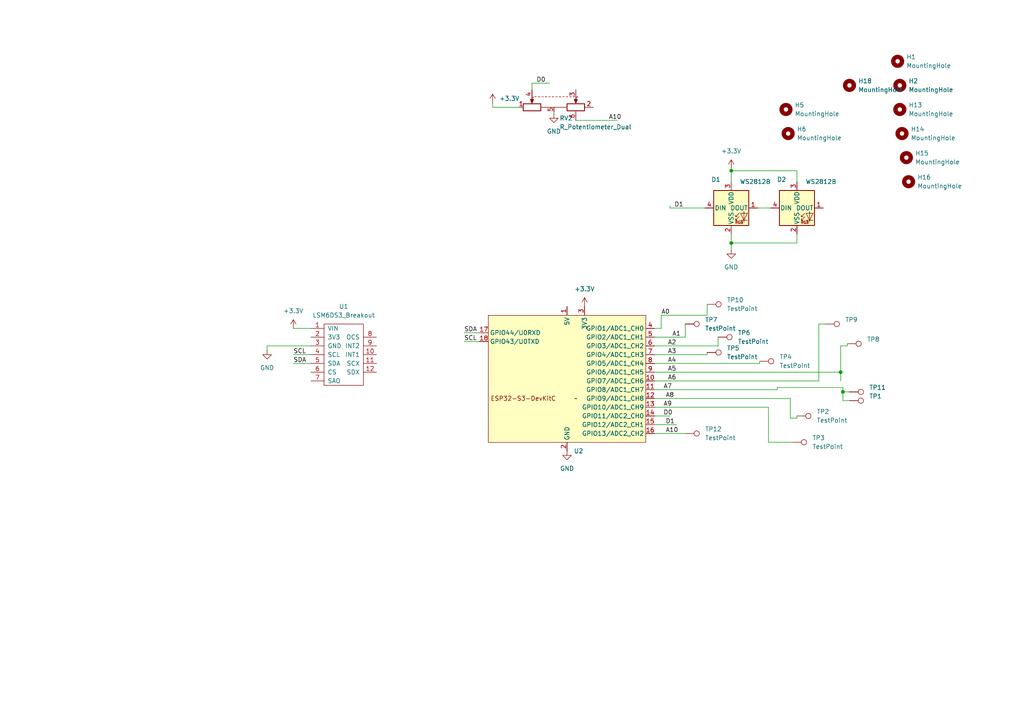
<source format=kicad_sch>
(kicad_sch (version 20231120) (generator "eeschema") (generator_version "8.0")
  (paper "A4")
  (lib_symbols
    (symbol "+3.3V_1" (power) (pin_numbers hide) (pin_names (offset 0) hide)
      (property "Value" "+3.3V" (at 0 3.556 0))
      (symbol "+3.3V_1_0_1"
        (polyline (pts (xy -0.762 1.27) (xy 0 2.54)))
        (polyline (pts (xy 0 0) (xy 0 2.54)))
        (polyline (pts (xy 0 2.54) (xy 0.762 1.27)))
      )
      (symbol "+3.3V_1_1_1"
        (pin power_in line (at 0 0 90) (length 0) (name "~") (number "1"))
      )
    )
    (symbol "Connector:TestPoint" (pin_numbers hide) (pin_names (offset 0.762) hide)
      (property "Reference" "TP" (at 0 6.858 0))
      (property "Value" "TestPoint" (at 0 5.08 0))
      (symbol "TestPoint_0_1"
        (circle (center 0 3.302) (radius 0.762))
      )
      (symbol "TestPoint_1_1"
        (pin passive line (at 0 0 90) (length 2.54) (name "1") (number "1"))
      )
    )
    (symbol "GND_1" (power) (pin_numbers hide) (pin_names (offset 0) hide)
      (property "Value" "GND" (at 0 -3.81 0))
      (symbol "GND_1_0_1"
        (polyline (pts (xy 0 0) (xy 0 -1.27) (xy 1.27 -1.27) (xy 0 -2.54) (xy -1.27 -1.27) (xy 0 -1.27)))
      )
      (symbol "GND_1_1_1"
        (pin power_in line (at 0 0 270) (length 0) (name "~") (number "1"))
      )
    )
    (symbol "LSM6DS3_Breakout:LSM6DS3_Breakout" (pin_names (offset 1.016))
      (property "Reference" "U" (at 0 0 0))
      (property "Value" "LSM6DS3_Breakout" (at -5.334 4.572 0))
      (symbol "LSM6DS3_Breakout_0_1"
        (polyline (pts (xy -10.16 -15.24) (xy -10.16 -16.51)))
        (polyline (pts (xy -10.16 -15.24) (xy -10.16 1.27) (xy 1.27 1.27) (xy 1.27 -15.24) (xy 1.27 -16.51) (xy -10.16 -16.51)))
      )
      (symbol "LSM6DS3_Breakout_1_1"
        (pin input line (at -13.97 0 0) (length 3.81) (name "VIN") (number "1"))
        (pin output line (at 5.08 -7.62 180) (length 3.81) (name "INT1") (number "10"))
        (pin input line (at 5.08 -10.16 180) (length 3.81) (name "SCX") (number "11"))
        (pin bidirectional line (at 5.08 -12.7 180) (length 3.81) (name "SDX") (number "12"))
        (pin input line (at -13.97 -2.54 0) (length 3.81) (name "3V3") (number "2"))
        (pin power_in line (at -13.97 -5.08 0) (length 3.81) (name "GND") (number "3"))
        (pin input line (at -13.97 -7.62 0) (length 3.81) (name "SCL") (number "4"))
        (pin bidirectional line (at -13.97 -10.16 0) (length 3.81) (name "SDA") (number "5"))
        (pin input line (at -13.97 -12.7 0) (length 3.81) (name "CS") (number "6"))
        (pin input line (at -13.97 -15.24 0) (length 3.81) (name "SAO") (number "7"))
        (pin input line (at 5.08 -2.54 180) (length 3.81) (name "OCS") (number "8"))
        (pin output line (at 5.08 -5.08 180) (length 3.81) (name "INT2") (number "9"))
      )
    )
    (symbol "Mechanical:MountingHole" (pin_names (offset 1.016))
      (property "Reference" "H" (at 0 5.08 0))
      (property "Value" "MountingHole" (at 0 3.175 0))
      (symbol "MountingHole_0_1"
        (circle (center 0 0) (radius 1.27) (stroke (width 1.27)))
      )
    )
    (symbol "hattwick:R_Potentiometer_Dual_Wheel" (pin_names (offset 1.016) hide)
      (property "Reference" "RV" (at 0 3.81 0))
      (property "Value" "R_Potentiometer_Dual" (at 0 1.905 0))
      (symbol "R_Potentiometer_Dual_Wheel_0_1"
        (rectangle (start -8.89 -1.524) (end -3.81 -3.556) (stroke (width 0.254)))
        (polyline (pts (xy -6.35 0) (xy -6.35 -1.016)))
        (polyline (pts (xy -6.35 0) (xy -6.35 -1.016)))
        (polyline (pts (xy -6.35 0) (xy -5.842 0.508)))
        (polyline (pts (xy -5.588 0.508) (xy -5.08 0.508)))
        (polyline (pts (xy -4.572 0.508) (xy -4.064 0.508)))
        (polyline (pts (xy -3.81 -2.54) (xy 3.81 -2.54)))
        (polyline (pts (xy -3.556 0.508) (xy -3.048 0.508)))
        (polyline (pts (xy -2.54 0.508) (xy -2.032 0.508)))
        (polyline (pts (xy -1.524 0.508) (xy -1.016 0.508)))
        (polyline (pts (xy -0.508 0.508) (xy 0 0.508)))
        (polyline (pts (xy 0.508 0.508) (xy 1.016 0.508)))
        (polyline (pts (xy 1.524 0.508) (xy 2.032 0.508)))
        (polyline (pts (xy 2.54 0.508) (xy 3.048 0.508)))
        (polyline (pts (xy 3.556 0.508) (xy 4.064 0.508)))
        (polyline (pts (xy 4.572 0.508) (xy 5.08 0.508)))
        (polyline (pts (xy 5.588 0.508) (xy 6.096 0.508)))
        (polyline (pts (xy 6.35 0) (xy 6.35 -1.016)))
        (polyline (pts (xy 6.35 0) (xy 6.35 -1.016)))
        (polyline (pts (xy 6.604 0.508) (xy 6.858 0.508) (xy 6.35 0)))
        (polyline (pts (xy -6.35 -1.397) (xy -6.858 -0.254) (xy -5.842 -0.254) (xy -6.35 -1.397)) (fill (type outline)))
        (polyline (pts (xy 6.35 -1.397) (xy 5.842 -0.254) (xy 6.858 -0.254) (xy 6.35 -1.397)) (fill (type outline)))
        (rectangle (start 3.81 -1.524) (end 8.89 -3.556) (stroke (width 0.254)))
      )
      (symbol "R_Potentiometer_Dual_Wheel_1_0"
        (pin passive line (at 6.35 -6.35 90) (length 2.54) (name "Shield") (number "6"))
      )
      (symbol "R_Potentiometer_Dual_Wheel_1_1"
        (pin passive line (at -10.16 -2.54 0) (length 1.27) (name "1A") (number "1"))
        (pin passive line (at 11.43 -2.54 180) (length 2.54) (name "2B") (number "2"))
        (pin passive line (at 6.35 2.54 270) (length 2.54) (name "2-Wiper") (number "3"))
        (pin passive line (at -6.35 2.54 270) (length 2.54) (name "1-Wiper") (number "4"))
        (pin passive line (at 0 -3.81 90) (length 1.27) (name "Common") (number "5"))
      )
    )
    (symbol "hattwick:WS2812B_THT_5MM" (pin_names (offset 0.254))
      (property "Reference" "D" (at 5.08 5.715 0))
      (property "Value" "WS2812B" (at 1.27 -5.715 0))
      (symbol "WS2812B_THT_5MM_0_0"
        (text "RGB" (at 2.286 -4.191 0) (effects (font (size 0.762 0.762))))
      )
      (symbol "WS2812B_THT_5MM_0_1"
        (rectangle (start -5.08 5.08) (end 5.08 -5.08) (stroke (width 0.254)) (fill (type background)))
        (polyline (pts (xy 1.27 -3.556) (xy 1.778 -3.556)))
        (polyline (pts (xy 1.27 -2.54) (xy 1.778 -2.54)))
        (polyline (pts (xy 4.699 -3.556) (xy 2.667 -3.556)))
        (polyline (pts (xy 2.286 -2.54) (xy 1.27 -3.556) (xy 1.27 -3.048)))
        (polyline (pts (xy 2.286 -1.524) (xy 1.27 -2.54) (xy 1.27 -2.032)))
        (polyline (pts (xy 3.683 -1.016) (xy 3.683 -3.556) (xy 3.683 -4.064)))
        (polyline (pts (xy 4.699 -1.524) (xy 2.667 -1.524) (xy 3.683 -3.556) (xy 4.699 -1.524)))
      )
      (symbol "WS2812B_THT_5MM_1_1"
        (pin output line (at 7.62 0 180) (length 2.54) (name "DOUT") (number "1"))
        (pin power_in line (at 0 -7.62 90) (length 2.54) (name "VSS") (number "2"))
        (pin power_in line (at 0 7.62 270) (length 2.54) (name "VDD") (number "3"))
        (pin input line (at -7.62 0 0) (length 2.54) (name "DIN") (number "4"))
      )
    )
    (symbol "hattwick:Wifiduino-ESP32S3"
      (property "Reference" "U" (at -22.86 46.99 0))
      (symbol "Wifiduino-ESP32S3_0_0"
        (text "ESP32-S3-DevKitC" (at -15.24 0 0) (effects (font (size 1.27 1.27))))
      )
      (symbol "Wifiduino-ESP32S3_0_1"
        (rectangle (start -25.4 24.13) (end 20.32 -12.7) (fill (type background)))
      )
      (symbol "Wifiduino-ESP32S3_1_0"
        (pin bidirectional line (at 22.86 -10.16 180) (length 2.54) (name "GPIO13/ADC2_CH2") (number "16"))
        (pin bidirectional line (at -27.94 19.05 0) (length 2.54) (name "GPIO44/U0RXD") (number "17"))
        (pin bidirectional line (at -27.94 16.51 0) (length 2.54) (name "GPIO43/U0TXD") (number "18"))
        (pin power_in line (at -2.54 -15.24 90) (length 2.54) (name "GND") (number "2"))
        (pin bidirectional line (at 22.86 20.32 180) (length 2.54) (name "GPIO1/ADC1_CH0") (number "4"))
        (pin bidirectional line (at 22.86 17.78 180) (length 2.54) (name "GPIO2/ADC1_CH1") (number "5"))
      )
      (symbol "Wifiduino-ESP32S3_1_1"
        (pin power_in line (at -2.54 26.67 270) (length 2.54) (name "5V") (number "1"))
        (pin bidirectional line (at 22.86 5.08 180) (length 2.54) (name "GPIO7/ADC1_CH6") (number "10"))
        (pin bidirectional line (at 22.86 2.54 180) (length 2.54) (name "GPIO8/ADC1_CH7") (number "11"))
        (pin bidirectional line (at 22.86 0 180) (length 2.54) (name "GPIO9/ADC1_CH8") (number "12"))
        (pin bidirectional line (at 22.86 -2.54 180) (length 2.54) (name "GPIO10/ADC1_CH9") (number "13"))
        (pin bidirectional line (at 22.86 -5.08 180) (length 2.54) (name "GPIO11/ADC2_CH0") (number "14"))
        (pin bidirectional line (at 22.86 -7.62 180) (length 2.54) (name "GPIO12/ADC2_CH1") (number "15"))
        (pin power_in line (at 2.54 26.67 270) (length 2.54) (name "3V3") (number "3"))
        (pin bidirectional line (at 22.86 15.24 180) (length 2.54) (name "GPIO3/ADC1_CH2") (number "6"))
        (pin bidirectional line (at 22.86 12.7 180) (length 2.54) (name "GPIO4/ADC1_CH3") (number "7"))
        (pin bidirectional line (at 22.86 10.16 180) (length 2.54) (name "GPIO5/ADC1_CH4") (number "8"))
        (pin bidirectional line (at 22.86 7.62 180) (length 2.54) (name "GPIO6/ADC1_CH5") (number "9"))
      )
    )
    (symbol "power:+3.3V" (power) (pin_names (offset 0))
      (property "Value" "+3.3V" (at 0 3.556 0))
      (symbol "+3.3V_0_1"
        (polyline (pts (xy -0.762 1.27) (xy 0 2.54)))
        (polyline (pts (xy 0 0) (xy 0 2.54)))
        (polyline (pts (xy 0 2.54) (xy 0.762 1.27)))
      )
      (symbol "+3.3V_1_1"
        (pin power_in line (at 0 0 90) (length 0) hide (name "+3.3V") (number "1"))
      )
    )
    (symbol "power:GND" (power) (pin_names (offset 0))
      (property "Value" "GND" (at 0 -3.81 0))
      (symbol "GND_0_1"
        (polyline (pts (xy 0 0) (xy 0 -1.27) (xy 1.27 -1.27) (xy 0 -2.54) (xy -1.27 -1.27) (xy 0 -1.27)))
      )
      (symbol "GND_1_1"
        (pin power_in line (at 0 0 270) (length 0) hide (name "GND") (number "1"))
      )
    )
  )
  (junction (at 212.09 49.53))
  (junction (at 212.09 70.485))
  (junction (at 243.84 107.95))
  (junction (at 244.475 113.665))
  (wire (pts (xy 220.345 104.775) (xy 220.345 105.41)))
  (wire (pts (xy 142.875 29.845) (xy 142.875 31.115)))
  (wire (pts (xy 189.865 120.65) (xy 194.31 120.65)))
  (wire (pts (xy 191.77 91.44) (xy 191.77 95.25)))
  (wire (pts (xy 189.865 107.95) (xy 243.84 107.95)))
  (wire (pts (xy 244.475 116.205) (xy 244.475 113.665)))
  (wire (pts (xy 244.475 113.665) (xy 246.38 113.665)))
  (wire (pts (xy 229.87 128.27) (xy 222.885 128.27)))
  (wire (pts (xy 191.77 95.25) (xy 189.865 95.25)))
  (wire (pts (xy 85.09 105.41) (xy 90.17 105.41)))
  (wire (pts (xy 150.495 31.115) (xy 142.875 31.115)))
  (wire (pts (xy 208.28 100.33) (xy 189.865 100.33)))
  (wire (pts (xy 154.305 24.13) (xy 154.305 26.035)))
  (wire (pts (xy 85.09 102.87) (xy 90.17 102.87)))
  (wire (pts (xy 246.38 116.205) (xy 244.475 116.205)))
  (wire (pts (xy 212.09 49.53) (xy 231.14 49.53)))
  (wire (pts (xy 134.62 99.06) (xy 139.065 99.06)))
  (wire (pts (xy 85.09 95.25) (xy 90.17 95.25)))
  (wire (pts (xy 244.475 112.395) (xy 244.475 113.665)))
  (wire (pts (xy 189.865 110.49) (xy 237.49 110.49)))
  (wire (pts (xy 231.14 120.65) (xy 231.14 121.285)))
  (wire (pts (xy 198.755 97.79) (xy 189.865 97.79)))
  (wire (pts (xy 134.62 96.52) (xy 139.065 96.52)))
  (wire (pts (xy 212.09 48.895) (xy 212.09 49.53)))
  (wire (pts (xy 208.28 97.79) (xy 208.28 100.33)))
  (wire (pts (xy 160.655 32.385) (xy 160.655 33.02)))
  (wire (pts (xy 77.47 100.33) (xy 90.17 100.33)))
  (wire (pts (xy 243.84 100.33) (xy 243.84 107.95)))
  (wire (pts (xy 245.745 100.33) (xy 243.84 100.33)))
  (wire (pts (xy 205.105 91.44) (xy 191.77 91.44)))
  (wire (pts (xy 212.09 70.485) (xy 231.14 70.485)))
  (wire (pts (xy 219.71 60.325) (xy 223.52 60.325)))
  (wire (pts (xy 229.235 121.285) (xy 229.235 115.57)))
  (wire (pts (xy 167.005 34.925) (xy 179.07 34.925)))
  (wire (pts (xy 212.09 70.485) (xy 212.09 72.39)))
  (wire (pts (xy 189.865 125.73) (xy 198.755 125.73)))
  (wire (pts (xy 243.84 107.95) (xy 243.84 110.49)))
  (wire (pts (xy 231.14 67.945) (xy 231.14 70.485)))
  (wire (pts (xy 222.885 128.27) (xy 222.885 118.11)))
  (wire (pts (xy 231.14 121.285) (xy 229.235 121.285)))
  (wire (pts (xy 231.14 52.705) (xy 231.14 49.53)))
  (wire (pts (xy 205.105 102.235) (xy 205.105 102.87)))
  (wire (pts (xy 212.09 67.945) (xy 212.09 70.485)))
  (wire (pts (xy 237.49 93.98) (xy 237.49 110.49)))
  (wire (pts (xy 225.425 112.395) (xy 225.425 113.03)))
  (wire (pts (xy 222.885 118.11) (xy 189.865 118.11)))
  (wire (pts (xy 229.235 115.57) (xy 189.865 115.57)))
  (wire (pts (xy 225.425 113.03) (xy 189.865 113.03)))
  (wire (pts (xy 205.105 88.265) (xy 205.105 91.44)))
  (wire (pts (xy 205.105 102.87) (xy 189.865 102.87)))
  (wire (pts (xy 194.31 59.69) (xy 194.31 60.325)))
  (wire (pts (xy 189.865 123.19) (xy 196.215 123.19)))
  (wire (pts (xy 198.755 93.98) (xy 198.755 97.79)))
  (wire (pts (xy 77.47 101.6) (xy 77.47 100.33)))
  (wire (pts (xy 154.305 24.13) (xy 159.385 24.13)))
  (wire (pts (xy 225.425 112.395) (xy 244.475 112.395)))
  (wire (pts (xy 239.395 93.98) (xy 237.49 93.98)))
  (wire (pts (xy 212.09 49.53) (xy 212.09 52.705)))
  (wire (pts (xy 204.47 60.325) (xy 194.31 60.325)))
  (wire (pts (xy 220.345 105.41) (xy 189.865 105.41)))
  (wire (pts (xy 245.745 99.695) (xy 245.745 100.33)))
  (label "A9" (at 192.405 118.11 0))
  (label "A4" (at 193.675 105.41 0))
  (label "D0" (at 155.575 24.13 0))
  (label "SCL" (at 85.09 102.87 0))
  (label "SCL" (at 134.62 99.06 0))
  (label "SDA" (at 85.09 105.41 0))
  (label "A2" (at 193.675 100.33 0))
  (label "A0" (at 191.77 91.44 0))
  (label "A3" (at 193.675 102.87 0))
  (label "SDA" (at 134.62 96.52 0))
  (label "A10" (at 176.53 34.925 0))
  (label "A10" (at 193.04 125.73 0))
  (label "D1" (at 195.58 60.325 0))
  (label "A8" (at 193.04 115.57 0))
  (label "A7" (at 192.405 113.03 0))
  (label "D1" (at 193.04 123.19 0))
  (label "D0" (at 192.405 120.65 0))
  (label "A6" (at 193.675 110.49 0))
  (label "A5" (at 193.675 107.95 0))
  (label "A1" (at 194.945 97.79 0))
  (symbol (lib_id "Connector:TestPoint") (at 208.28 97.79 270) (unit 1)
    (property "Reference" "TP6" (at 213.995 96.52 90) (effects (justify left)))
    (property "Value" "TestPoint" (at 213.995 99.06 90) (effects (justify left)))
    (property "Footprint" "ih_kicad:recorder-touchpad" (effects (hide yes)))
  )
  (symbol (lib_id "Connector:TestPoint") (at 198.755 125.73 270) (unit 1)
    (property "Reference" "TP12" (at 204.47 124.46 90) (effects (justify left)))
    (property "Value" "TestPoint" (at 204.47 127 90) (effects (justify left)))
    (property "Footprint" "ih_kicad:recorder-touchpad-alt-up" (effects (hide yes)))
  )
  (symbol (lib_id "hattwick:R_Potentiometer_Dual_Wheel") (at 160.655 28.575 0) (unit 1)
    (property "Reference" "RV2" (at 162.3061 34.29 0) (effects (justify left)))
    (property "Value" "R_Potentiometer_Dual" (at 162.3061 36.83 0) (effects (justify left)))
    (property "Footprint" "ih_kicad:potentiometer_wheel_10mm_SMD-shield" (effects (hide yes)))
  )
  (symbol (lib_id "power:GND") (at 212.09 72.39 0) (unit 1)
    (property "Reference" "#PWR04" (effects (hide yes)))
    (property "Value" "GND" (at 212.09 77.47 0))
  )
  (symbol (lib_id "Connector:TestPoint") (at 231.14 120.65 270) (unit 1)
    (property "Reference" "TP2" (at 236.855 119.38 90) (effects (justify left)))
    (property "Value" "TestPoint" (at 236.855 121.92 90) (effects (justify left)))
    (property "Footprint" "ih_kicad:recorder-touchpad" (effects (hide yes)))
  )
  (symbol (lib_id "hattwick:WS2812B_THT_5MM") (at 212.09 60.325 0) (unit 1)
    (property "Reference" "D1" (at 207.645 52.07 0))
    (property "Value" "WS2812B" (at 219.075 52.705 0))
    (property "Footprint" "LED_THT:LED_D5.0mm-4_RGB_Wide_Pins" (effects (hide yes)))
    (property "Datasheet" "https://cdn-shop.adafruit.com/datasheets/WS2812B.pdf" (effects (hide yes)))
  )
  (symbol (lib_id "Connector:TestPoint") (at 229.87 128.27 270) (unit 1)
    (property "Reference" "TP3" (at 235.585 127 90) (effects (justify left)))
    (property "Value" "TestPoint" (at 235.585 129.54 90) (effects (justify left)))
    (property "Footprint" "ih_kicad:recorder-touchpad" (effects (hide yes)))
  )
  (symbol (lib_id "Mechanical:MountingHole") (at 227.965 31.75 0) (unit 1)
    (property "Reference" "H5" (at 230.505 30.48 0) (effects (justify left)))
    (property "Value" "MountingHole" (at 230.505 33.02 0) (effects (justify left)))
    (property "Footprint" "MountingHole:MountingHole_3.2mm_M3_ISO14580" (effects (hide yes)))
  )
  (symbol (lib_id "Mechanical:MountingHole") (at 246.38 24.765 0) (unit 1)
    (property "Reference" "H18" (at 248.92 23.495 0) (effects (justify left)))
    (property "Value" "MountingHole" (at 248.92 26.035 0) (effects (justify left)))
    (property "Footprint" "MountingHole:MountingHole_4.5mm" (effects (hide yes)))
  )
  (symbol (lib_id "power:GND") (at 160.655 33.02 0) (unit 1)
    (property "Reference" "#PWR05" (effects (hide yes)))
    (property "Value" "GND" (at 160.655 38.1 0))
  )
  (symbol (lib_name "GND_1") (lib_id "power:GND") (at 77.47 101.6 0) (unit 1)
    (property "Reference" "#PWR09" (effects (hide yes)))
    (property "Value" "GND" (at 77.47 106.68 0))
    (property "Description" "Power symbol creates a global label with name \"GND\" , ground" (effects (hide yes)))
  )
  (symbol (lib_id "hattwick:WS2812B_THT_5MM") (at 231.14 60.325 0) (unit 1)
    (property "Reference" "D2" (at 226.695 52.07 0))
    (property "Value" "WS2812B" (at 238.125 52.705 0))
    (property "Footprint" "LED_THT:LED_D5.0mm-4_RGB_Wide_Pins" (effects (hide yes)))
    (property "Datasheet" "https://cdn-shop.adafruit.com/datasheets/WS2812B.pdf" (effects (hide yes)))
  )
  (symbol (lib_id "Mechanical:MountingHole") (at 260.985 24.765 0) (unit 1)
    (property "Reference" "H2" (at 263.525 23.495 0) (effects (justify left)))
    (property "Value" "MountingHole" (at 263.525 26.035 0) (effects (justify left)))
    (property "Footprint" "MountingHole:MountingHole_4.5mm" (effects (hide yes)))
  )
  (symbol (lib_id "Connector:TestPoint") (at 246.38 116.205 270) (unit 1)
    (property "Reference" "TP1" (at 252.095 114.935 90) (effects (justify left)))
    (property "Value" "TestPoint" (effects (hide yes)))
    (property "Footprint" "ih_kicad:recorder-touchpad" (effects (hide yes)))
  )
  (symbol (lib_id "Mechanical:MountingHole") (at 263.525 52.705 0) (unit 1)
    (property "Reference" "H16" (at 266.065 51.435 0) (effects (justify left)))
    (property "Value" "MountingHole" (at 266.065 53.975 0) (effects (justify left)))
    (property "Footprint" "MountingHole:MountingHole_4.5mm" (effects (hide yes)))
  )
  (symbol (lib_id "hattwick:Wifiduino-ESP32S3") (at 167.005 115.57 0) (unit 1)
    (property "Reference" "U2" (at 166.4209 130.81 0) (effects (justify left)))
    (property "Value" "~" (at 167.005 115.57 0))
    (property "Footprint" "ih_kicad:Wifiduino-ESP32S3-SMD" (effects (hide yes)))
  )
  (symbol (lib_id "Connector:TestPoint") (at 220.345 104.775 270) (unit 1)
    (property "Reference" "TP4" (at 226.06 103.505 90) (effects (justify left)))
    (property "Value" "TestPoint" (at 226.06 106.045 90) (effects (justify left)))
    (property "Footprint" "ih_kicad:recorder-touchpad" (effects (hide yes)))
  )
  (symbol (lib_id "power:+3.3V") (at 169.545 88.9 0) (unit 1)
    (property "Reference" "#PWR02" (effects (hide yes)))
    (property "Value" "+3.3V" (at 169.545 83.82 0))
  )
  (symbol (lib_id "Connector:TestPoint") (at 245.745 99.695 270) (unit 1)
    (property "Reference" "TP8" (at 251.46 98.425 90) (effects (justify left)))
    (property "Value" "TestPoint" (effects (hide yes)))
    (property "Footprint" "ih_kicad:recorder-touchpad-alt-up" (effects (hide yes)))
  )
  (symbol (lib_id "LSM6DS3_Breakout:LSM6DS3_Breakout") (at 104.14 95.25 0) (unit 1)
    (property "Reference" "U1" (at 99.695 88.9 0))
    (property "Value" "LSM6DS3_Breakout" (at 99.695 91.44 0))
    (property "Footprint" "ih_kicad:LSM6DS3_Breakout_oneSide" (effects (hide yes)))
  )
  (symbol (lib_id "Connector:TestPoint") (at 239.395 93.98 270) (unit 1)
    (property "Reference" "TP9" (at 245.11 92.71 90) (effects (justify left)))
    (property "Value" "TestPoint" (effects (hide yes)))
    (property "Footprint" "ih_kicad:recorder-touchtrack_120mm" (effects (hide yes)))
  )
  (symbol (lib_id "power:GND") (at 164.465 130.81 0) (unit 1)
    (property "Reference" "#PWR01" (effects (hide yes)))
    (property "Value" "GND" (at 164.465 135.89 0))
  )
  (symbol (lib_id "Mechanical:MountingHole") (at 261.62 38.735 0) (unit 1)
    (property "Reference" "H14" (at 264.16 37.465 0) (effects (justify left)))
    (property "Value" "MountingHole" (at 264.16 40.005 0) (effects (justify left)))
    (property "Footprint" "MountingHole:MountingHole_4.5mm" (effects (hide yes)))
  )
  (symbol (lib_id "Connector:TestPoint") (at 198.755 93.98 270) (unit 1)
    (property "Reference" "TP7" (at 204.47 92.71 90) (effects (justify left)))
    (property "Value" "TestPoint" (at 204.47 95.25 90) (effects (justify left)))
    (property "Footprint" "ih_kicad:recorder-touchpad" (effects (hide yes)))
  )
  (symbol (lib_id "Mechanical:MountingHole") (at 260.985 31.75 0) (unit 1)
    (property "Reference" "H13" (at 263.525 30.48 0) (effects (justify left)))
    (property "Value" "MountingHole" (at 263.525 33.02 0) (effects (justify left)))
    (property "Footprint" "MountingHole:MountingHole_4.5mm" (effects (hide yes)))
  )
  (symbol (lib_id "power:+3.3V") (at 142.875 29.845 0) (unit 1)
    (property "Reference" "#PWR06" (effects (hide yes)))
    (property "Value" "+3.3V" (at 144.78 28.575 0) (effects (justify left)))
  )
  (symbol (lib_id "Mechanical:MountingHole") (at 260.35 17.78 0) (unit 1)
    (property "Reference" "H1" (at 262.89 16.51 0) (effects (justify left)))
    (property "Value" "MountingHole" (at 262.89 19.05 0) (effects (justify left)))
    (property "Footprint" "MountingHole:MountingHole_4.5mm" (effects (hide yes)))
  )
  (symbol (lib_id "Connector:TestPoint") (at 205.105 88.265 270) (unit 1)
    (property "Reference" "TP10" (at 210.82 86.995 90) (effects (justify left)))
    (property "Value" "TestPoint" (at 210.82 89.535 90) (effects (justify left)))
    (property "Footprint" "ih_kicad:recorder-touchpad" (effects (hide yes)))
  )
  (symbol (lib_id "Mechanical:MountingHole") (at 262.89 45.72 0) (unit 1)
    (property "Reference" "H15" (at 265.43 44.45 0) (effects (justify left)))
    (property "Value" "MountingHole" (at 265.43 46.99 0) (effects (justify left)))
    (property "Footprint" "MountingHole:MountingHole_4.5mm" (effects (hide yes)))
  )
  (symbol (lib_id "power:+3.3V") (at 212.09 48.895 0) (unit 1)
    (property "Reference" "#PWR03" (effects (hide yes)))
    (property "Value" "+3.3V" (at 212.09 43.815 0))
  )
  (symbol (lib_id "Connector:TestPoint") (at 205.105 102.235 270) (unit 1)
    (property "Reference" "TP5" (at 210.82 100.965 90) (effects (justify left)))
    (property "Value" "TestPoint" (at 210.82 103.505 90) (effects (justify left)))
    (property "Footprint" "ih_kicad:recorder-touchpad" (effects (hide yes)))
  )
  (symbol (lib_name "+3.3V_1") (lib_id "power:+3.3V") (at 85.09 95.25 0) (unit 1)
    (property "Reference" "#PWR010" (effects (hide yes)))
    (property "Value" "+3.3V" (at 85.09 90.17 0))
    (property "Description" "Power symbol creates a global label with name \"+3.3V\"" (effects (hide yes)))
  )
  (symbol (lib_id "Connector:TestPoint") (at 246.38 113.665 270) (unit 1)
    (property "Reference" "TP11" (at 252.095 112.395 90) (effects (justify left)))
    (property "Value" "TestPoint" (effects (hide yes)))
    (property "Footprint" "ih_kicad:recorder-touchpad-narrow" (effects (hide yes)))
  )
  (symbol (lib_id "Mechanical:MountingHole") (at 228.6 38.735 0) (unit 1)
    (property "Reference" "H6" (at 231.14 37.465 0) (effects (justify left)))
    (property "Value" "MountingHole" (at 231.14 40.005 0) (effects (justify left)))
    (property "Footprint" "MountingHole:MountingHole_3.2mm_M3_ISO14580" (effects (hide yes)))
  )
)
</source>
